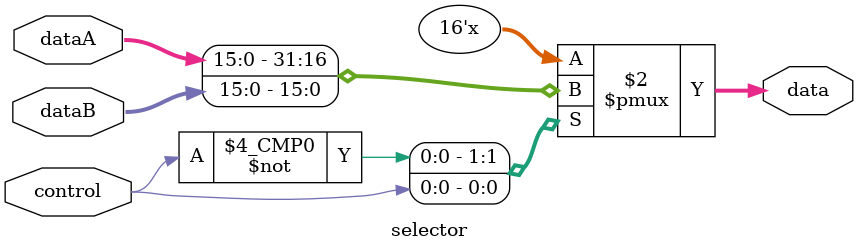
<source format=v>
module selector(
  input control,
  input [15:0] dataA, dataB,
  output reg [15:0] data
);

always @*
begin
  case (control)
    0: data = dataA;
    1: data = dataB;
  endcase
end
endmodule

</source>
